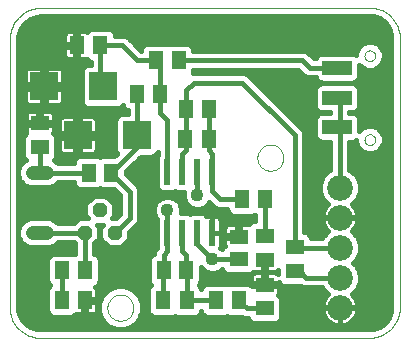
<source format=gtl>
G75*
G70*
%OFA0B0*%
%FSLAX24Y24*%
%IPPOS*%
%LPD*%
%AMOC8*
5,1,8,0,0,1.08239X$1,22.5*
%
%ADD10C,0.0000*%
%ADD11C,0.0480*%
%ADD12OC8,0.0480*%
%ADD13R,0.0512X0.0630*%
%ADD14R,0.0630X0.0512*%
%ADD15R,0.0945X0.0945*%
%ADD16C,0.0860*%
%ADD17R,0.0236X0.0866*%
%ADD18R,0.0984X0.0472*%
%ADD19C,0.0160*%
%ADD20C,0.0436*%
D10*
X002181Y001181D02*
X013181Y001181D01*
X013241Y001183D01*
X013302Y001188D01*
X013361Y001197D01*
X013420Y001210D01*
X013479Y001226D01*
X013536Y001246D01*
X013591Y001269D01*
X013646Y001296D01*
X013698Y001325D01*
X013749Y001358D01*
X013798Y001394D01*
X013844Y001432D01*
X013888Y001474D01*
X013930Y001518D01*
X013968Y001564D01*
X014004Y001613D01*
X014037Y001664D01*
X014066Y001716D01*
X014093Y001771D01*
X014116Y001826D01*
X014136Y001883D01*
X014152Y001942D01*
X014165Y002001D01*
X014174Y002060D01*
X014179Y002121D01*
X014181Y002181D01*
X014181Y011181D01*
X014179Y011241D01*
X014174Y011302D01*
X014165Y011361D01*
X014152Y011420D01*
X014136Y011479D01*
X014116Y011536D01*
X014093Y011591D01*
X014066Y011646D01*
X014037Y011698D01*
X014004Y011749D01*
X013968Y011798D01*
X013930Y011844D01*
X013888Y011888D01*
X013844Y011930D01*
X013798Y011968D01*
X013749Y012004D01*
X013698Y012037D01*
X013646Y012066D01*
X013591Y012093D01*
X013536Y012116D01*
X013479Y012136D01*
X013420Y012152D01*
X013361Y012165D01*
X013302Y012174D01*
X013241Y012179D01*
X013181Y012181D01*
X002181Y012181D01*
X002182Y012181D02*
X002117Y012175D01*
X002054Y012166D01*
X001991Y012152D01*
X001929Y012135D01*
X001868Y012114D01*
X001809Y012090D01*
X001751Y012062D01*
X001695Y012030D01*
X001641Y011996D01*
X001589Y011958D01*
X001540Y011917D01*
X001493Y011873D01*
X001449Y011826D01*
X001408Y011777D01*
X001369Y011725D01*
X001334Y011671D01*
X001303Y011615D01*
X001274Y011557D01*
X001250Y011498D01*
X001229Y011437D01*
X001211Y011375D01*
X001198Y011313D01*
X001188Y011249D01*
X001182Y011185D01*
X001180Y011121D01*
X001182Y011057D01*
X001181Y011056D02*
X001181Y002181D01*
X001183Y002121D01*
X001188Y002060D01*
X001197Y002001D01*
X001210Y001942D01*
X001226Y001883D01*
X001246Y001826D01*
X001269Y001771D01*
X001296Y001716D01*
X001325Y001664D01*
X001358Y001613D01*
X001394Y001564D01*
X001432Y001518D01*
X001474Y001474D01*
X001518Y001432D01*
X001564Y001394D01*
X001613Y001358D01*
X001664Y001325D01*
X001716Y001296D01*
X001771Y001269D01*
X001826Y001246D01*
X001883Y001226D01*
X001942Y001210D01*
X002001Y001197D01*
X002060Y001188D01*
X002121Y001183D01*
X002181Y001181D01*
X004436Y002181D02*
X004438Y002222D01*
X004444Y002263D01*
X004454Y002303D01*
X004467Y002342D01*
X004484Y002379D01*
X004505Y002415D01*
X004529Y002449D01*
X004556Y002480D01*
X004585Y002508D01*
X004618Y002534D01*
X004652Y002556D01*
X004689Y002575D01*
X004727Y002590D01*
X004767Y002602D01*
X004807Y002610D01*
X004848Y002614D01*
X004890Y002614D01*
X004931Y002610D01*
X004971Y002602D01*
X005011Y002590D01*
X005049Y002575D01*
X005085Y002556D01*
X005120Y002534D01*
X005153Y002508D01*
X005182Y002480D01*
X005209Y002449D01*
X005233Y002415D01*
X005254Y002379D01*
X005271Y002342D01*
X005284Y002303D01*
X005294Y002263D01*
X005300Y002222D01*
X005302Y002181D01*
X005300Y002140D01*
X005294Y002099D01*
X005284Y002059D01*
X005271Y002020D01*
X005254Y001983D01*
X005233Y001947D01*
X005209Y001913D01*
X005182Y001882D01*
X005153Y001854D01*
X005120Y001828D01*
X005086Y001806D01*
X005049Y001787D01*
X005011Y001772D01*
X004971Y001760D01*
X004931Y001752D01*
X004890Y001748D01*
X004848Y001748D01*
X004807Y001752D01*
X004767Y001760D01*
X004727Y001772D01*
X004689Y001787D01*
X004653Y001806D01*
X004618Y001828D01*
X004585Y001854D01*
X004556Y001882D01*
X004529Y001913D01*
X004505Y001947D01*
X004484Y001983D01*
X004467Y002020D01*
X004454Y002059D01*
X004444Y002099D01*
X004438Y002140D01*
X004436Y002181D01*
X009436Y007181D02*
X009438Y007222D01*
X009444Y007263D01*
X009454Y007303D01*
X009467Y007342D01*
X009484Y007379D01*
X009505Y007415D01*
X009529Y007449D01*
X009556Y007480D01*
X009585Y007508D01*
X009618Y007534D01*
X009652Y007556D01*
X009689Y007575D01*
X009727Y007590D01*
X009767Y007602D01*
X009807Y007610D01*
X009848Y007614D01*
X009890Y007614D01*
X009931Y007610D01*
X009971Y007602D01*
X010011Y007590D01*
X010049Y007575D01*
X010085Y007556D01*
X010120Y007534D01*
X010153Y007508D01*
X010182Y007480D01*
X010209Y007449D01*
X010233Y007415D01*
X010254Y007379D01*
X010271Y007342D01*
X010284Y007303D01*
X010294Y007263D01*
X010300Y007222D01*
X010302Y007181D01*
X010300Y007140D01*
X010294Y007099D01*
X010284Y007059D01*
X010271Y007020D01*
X010254Y006983D01*
X010233Y006947D01*
X010209Y006913D01*
X010182Y006882D01*
X010153Y006854D01*
X010120Y006828D01*
X010086Y006806D01*
X010049Y006787D01*
X010011Y006772D01*
X009971Y006760D01*
X009931Y006752D01*
X009890Y006748D01*
X009848Y006748D01*
X009807Y006752D01*
X009767Y006760D01*
X009727Y006772D01*
X009689Y006787D01*
X009653Y006806D01*
X009618Y006828D01*
X009585Y006854D01*
X009556Y006882D01*
X009529Y006913D01*
X009505Y006947D01*
X009484Y006983D01*
X009467Y007020D01*
X009454Y007059D01*
X009444Y007099D01*
X009438Y007140D01*
X009436Y007181D01*
X013004Y007784D02*
X013006Y007810D01*
X013012Y007836D01*
X013022Y007861D01*
X013035Y007884D01*
X013051Y007904D01*
X013071Y007922D01*
X013093Y007937D01*
X013116Y007949D01*
X013142Y007957D01*
X013168Y007961D01*
X013194Y007961D01*
X013220Y007957D01*
X013246Y007949D01*
X013270Y007937D01*
X013291Y007922D01*
X013311Y007904D01*
X013327Y007884D01*
X013340Y007861D01*
X013350Y007836D01*
X013356Y007810D01*
X013358Y007784D01*
X013356Y007758D01*
X013350Y007732D01*
X013340Y007707D01*
X013327Y007684D01*
X013311Y007664D01*
X013291Y007646D01*
X013269Y007631D01*
X013246Y007619D01*
X013220Y007611D01*
X013194Y007607D01*
X013168Y007607D01*
X013142Y007611D01*
X013116Y007619D01*
X013092Y007631D01*
X013071Y007646D01*
X013051Y007664D01*
X013035Y007684D01*
X013022Y007707D01*
X013012Y007732D01*
X013006Y007758D01*
X013004Y007784D01*
X013004Y010579D02*
X013006Y010605D01*
X013012Y010631D01*
X013022Y010656D01*
X013035Y010679D01*
X013051Y010699D01*
X013071Y010717D01*
X013093Y010732D01*
X013116Y010744D01*
X013142Y010752D01*
X013168Y010756D01*
X013194Y010756D01*
X013220Y010752D01*
X013246Y010744D01*
X013270Y010732D01*
X013291Y010717D01*
X013311Y010699D01*
X013327Y010679D01*
X013340Y010656D01*
X013350Y010631D01*
X013356Y010605D01*
X013358Y010579D01*
X013356Y010553D01*
X013350Y010527D01*
X013340Y010502D01*
X013327Y010479D01*
X013311Y010459D01*
X013291Y010441D01*
X013269Y010426D01*
X013246Y010414D01*
X013220Y010406D01*
X013194Y010402D01*
X013168Y010402D01*
X013142Y010406D01*
X013116Y010414D01*
X013092Y010426D01*
X013071Y010441D01*
X013051Y010459D01*
X013035Y010479D01*
X013022Y010502D01*
X013012Y010527D01*
X013006Y010553D01*
X013004Y010579D01*
D11*
X002421Y006681D02*
X001941Y006681D01*
X001941Y004681D02*
X002421Y004681D01*
D12*
X003681Y004681D03*
X004181Y005431D03*
X004681Y004681D03*
D13*
X003680Y003431D03*
X002932Y003431D03*
X002932Y002431D03*
X003680Y002431D03*
X006288Y002431D03*
X007075Y002431D03*
X008057Y002431D03*
X008805Y002431D03*
X007055Y003431D03*
X006307Y003431D03*
X008932Y005806D03*
X009680Y005806D03*
X007825Y007806D03*
X007038Y007806D03*
X007057Y008806D03*
X007805Y008806D03*
X006180Y009306D03*
X005432Y009306D03*
X006057Y010431D03*
X006805Y010431D03*
X004200Y010931D03*
X003413Y010931D03*
X003807Y006681D03*
X004555Y006681D03*
D14*
X002181Y007538D03*
X002181Y008325D03*
X008806Y004555D03*
X009681Y004575D03*
X009681Y003788D03*
X008806Y003807D03*
X009681Y002950D03*
X009681Y002163D03*
X010681Y003413D03*
X010681Y004200D03*
D15*
X005416Y007931D03*
X004291Y009556D03*
X003447Y007931D03*
X002322Y009556D03*
D16*
X012181Y006181D03*
X012181Y005181D03*
X012181Y004181D03*
X012181Y003181D03*
X012181Y002181D03*
D17*
X007931Y004658D03*
X007431Y004658D03*
X006931Y004658D03*
X006431Y004658D03*
X006431Y006705D03*
X006931Y006705D03*
X007431Y006705D03*
X007931Y006705D03*
D18*
X012099Y008197D03*
X012099Y009181D03*
X012099Y010166D03*
D19*
X001540Y001855D02*
X001672Y001672D01*
X001855Y001540D01*
X002069Y001470D01*
X002181Y001461D01*
X002237Y001461D01*
X013181Y001461D01*
X013294Y001470D01*
X013508Y001540D01*
X013691Y001672D01*
X013823Y001855D01*
X013893Y002069D01*
X013901Y002181D01*
X013901Y002237D01*
X013901Y011181D01*
X013893Y011294D01*
X013823Y011508D01*
X013691Y011691D01*
X013508Y011823D01*
X013294Y011893D01*
X013181Y011901D01*
X013126Y011901D01*
X002194Y011901D01*
X002076Y011885D01*
X001847Y011796D01*
X001658Y011640D01*
X001525Y011433D01*
X001463Y011196D01*
X001461Y011099D01*
X001461Y011064D01*
X001464Y011017D01*
X001461Y011009D01*
X001461Y002181D01*
X001470Y002069D01*
X001540Y001855D01*
X001517Y001925D02*
X002528Y001925D01*
X002541Y001913D02*
X002629Y001876D01*
X003236Y001876D01*
X003324Y001913D01*
X003375Y001964D01*
X003403Y001956D01*
X003632Y001956D01*
X003632Y002383D01*
X003728Y002383D01*
X003728Y001956D01*
X003957Y001956D01*
X003998Y001967D01*
X004035Y001988D01*
X004064Y002018D01*
X004085Y002055D01*
X004096Y002095D01*
X004096Y002383D01*
X003729Y002383D01*
X003729Y002479D01*
X004096Y002479D01*
X004096Y002767D01*
X004085Y002808D01*
X004064Y002845D01*
X004035Y002874D01*
X004011Y002888D01*
X004072Y002913D01*
X004140Y002980D01*
X004176Y003069D01*
X004176Y003794D01*
X004140Y003882D01*
X004072Y003950D01*
X004001Y003979D01*
X004001Y004323D01*
X004161Y004483D01*
X004161Y004880D01*
X004090Y004951D01*
X004273Y004951D01*
X004201Y004880D01*
X004201Y004483D01*
X004483Y004201D01*
X004880Y004201D01*
X005161Y004483D01*
X005161Y004709D01*
X005363Y004910D01*
X005453Y005000D01*
X005501Y005118D01*
X005501Y005992D01*
X005501Y006119D01*
X005453Y006237D01*
X005051Y006638D01*
X005051Y006725D01*
X005546Y007219D01*
X005936Y007219D01*
X006024Y007256D01*
X006092Y007323D01*
X006111Y007371D01*
X006111Y007276D01*
X006110Y007274D01*
X006073Y007186D01*
X006073Y006224D01*
X006110Y006136D01*
X006177Y006069D01*
X006266Y006032D01*
X006597Y006032D01*
X006681Y006067D01*
X006766Y006032D01*
X006977Y006032D01*
X006973Y006023D01*
X006973Y005840D01*
X007043Y005672D01*
X007172Y005543D01*
X007340Y005473D01*
X007523Y005473D01*
X007691Y005543D01*
X007820Y005672D01*
X007833Y005703D01*
X008000Y005535D01*
X008118Y005486D01*
X008245Y005486D01*
X008436Y005486D01*
X008436Y005444D01*
X008473Y005355D01*
X008541Y005288D01*
X008629Y005251D01*
X009236Y005251D01*
X009306Y005281D01*
X009361Y005258D01*
X009361Y005071D01*
X009319Y005071D01*
X009230Y005034D01*
X009163Y004967D01*
X009163Y004966D01*
X009142Y004971D01*
X008854Y004971D01*
X008854Y004604D01*
X008758Y004604D01*
X008758Y004971D01*
X008470Y004971D01*
X008430Y004960D01*
X008393Y004939D01*
X008363Y004910D01*
X008342Y004873D01*
X008331Y004832D01*
X008331Y004603D01*
X008758Y004603D01*
X008758Y004507D01*
X008331Y004507D01*
X008331Y004278D01*
X008339Y004250D01*
X008288Y004199D01*
X008258Y004127D01*
X008204Y004182D01*
X008209Y004204D01*
X008209Y004658D01*
X008209Y005112D01*
X008199Y005153D01*
X008178Y005189D01*
X008148Y005219D01*
X008111Y005240D01*
X008071Y005251D01*
X007932Y005251D01*
X007932Y004658D01*
X008209Y004658D01*
X007932Y004658D01*
X007932Y004658D01*
X007931Y004658D01*
X007931Y005251D01*
X007792Y005251D01*
X007752Y005240D01*
X007744Y005236D01*
X007685Y005294D01*
X007597Y005331D01*
X007266Y005331D01*
X007181Y005296D01*
X007097Y005331D01*
X006886Y005331D01*
X006889Y005340D01*
X006889Y005523D01*
X006820Y005691D01*
X006691Y005820D01*
X006523Y005889D01*
X006340Y005889D01*
X006172Y005820D01*
X006043Y005691D01*
X005973Y005523D01*
X005973Y005340D01*
X006043Y005172D01*
X006074Y005141D01*
X006073Y005139D01*
X006073Y004177D01*
X006081Y004159D01*
X006035Y004113D01*
X005986Y003995D01*
X005986Y003979D01*
X005916Y003950D01*
X005848Y003882D01*
X005811Y003794D01*
X005811Y003069D01*
X005848Y002980D01*
X005887Y002941D01*
X005828Y002882D01*
X005792Y002794D01*
X005792Y002069D01*
X005828Y001980D01*
X005896Y001913D01*
X005984Y001876D01*
X006591Y001876D01*
X006680Y001913D01*
X006681Y001915D01*
X006683Y001913D01*
X006771Y001876D01*
X007379Y001876D01*
X007467Y001913D01*
X007534Y001980D01*
X007566Y002057D01*
X007598Y001980D01*
X007666Y001913D01*
X007754Y001876D01*
X008361Y001876D01*
X008431Y001906D01*
X008502Y001876D01*
X008930Y001876D01*
X009011Y001843D01*
X009133Y001843D01*
X009163Y001771D01*
X009230Y001703D01*
X009319Y001667D01*
X010044Y001667D01*
X010132Y001703D01*
X010200Y001771D01*
X010236Y001859D01*
X010236Y002466D01*
X010200Y002555D01*
X010137Y002618D01*
X010145Y002632D01*
X010156Y002673D01*
X010156Y002902D01*
X009730Y002902D01*
X009730Y002998D01*
X010156Y002998D01*
X010156Y003037D01*
X010163Y003021D01*
X010230Y002953D01*
X010319Y002917D01*
X010868Y002917D01*
X010875Y002910D01*
X010993Y002861D01*
X011120Y002861D01*
X011589Y002861D01*
X011613Y002802D01*
X011791Y002625D01*
X011731Y002566D01*
X011677Y002491D01*
X011635Y002408D01*
X011606Y002320D01*
X011591Y002228D01*
X011591Y002190D01*
X012173Y002190D01*
X012173Y002173D01*
X012190Y002173D01*
X012190Y002190D01*
X012771Y002190D01*
X012771Y002228D01*
X012757Y002320D01*
X012728Y002408D01*
X012686Y002491D01*
X012631Y002566D01*
X012572Y002625D01*
X012749Y002802D01*
X012851Y003048D01*
X012851Y003315D01*
X012749Y003561D01*
X012629Y003681D01*
X012749Y003802D01*
X012851Y004048D01*
X012851Y004315D01*
X012749Y004561D01*
X012572Y004738D01*
X012631Y004797D01*
X012686Y004872D01*
X012728Y004955D01*
X012757Y005043D01*
X012771Y005135D01*
X012771Y005173D01*
X012190Y005173D01*
X012190Y005190D01*
X012771Y005190D01*
X012771Y005228D01*
X012757Y005320D01*
X012728Y005408D01*
X012686Y005491D01*
X012631Y005566D01*
X012572Y005625D01*
X012749Y005802D01*
X012851Y006048D01*
X012851Y006315D01*
X012749Y006561D01*
X012561Y006749D01*
X012501Y006774D01*
X012501Y007721D01*
X012639Y007721D01*
X012724Y007756D01*
X012724Y007693D01*
X012794Y007525D01*
X012922Y007396D01*
X013090Y007327D01*
X013272Y007327D01*
X013440Y007396D01*
X013569Y007525D01*
X013639Y007693D01*
X013639Y007875D01*
X013569Y008043D01*
X013440Y008171D01*
X013272Y008241D01*
X013090Y008241D01*
X012922Y008171D01*
X012831Y008080D01*
X012831Y008481D01*
X012794Y008569D01*
X012727Y008637D01*
X012639Y008673D01*
X012501Y008673D01*
X012501Y008705D01*
X012639Y008705D01*
X012727Y008742D01*
X012794Y008809D01*
X012831Y008897D01*
X012831Y009465D01*
X012794Y009554D01*
X012727Y009621D01*
X012639Y009658D01*
X011559Y009658D01*
X011471Y009621D01*
X011403Y009554D01*
X011367Y009465D01*
X011367Y008897D01*
X011403Y008809D01*
X011471Y008742D01*
X011559Y008705D01*
X011861Y008705D01*
X011861Y008673D01*
X011559Y008673D01*
X011471Y008637D01*
X011403Y008569D01*
X011367Y008481D01*
X011367Y007913D01*
X011403Y007825D01*
X011471Y007757D01*
X011559Y007721D01*
X011861Y007721D01*
X011861Y006774D01*
X011802Y006749D01*
X011613Y006561D01*
X011511Y006315D01*
X011511Y006048D01*
X011613Y005802D01*
X011791Y005625D01*
X011731Y005566D01*
X011677Y005491D01*
X011635Y005408D01*
X011606Y005320D01*
X011591Y005228D01*
X011591Y005190D01*
X012173Y005190D01*
X012173Y005173D01*
X011591Y005173D01*
X011591Y005135D01*
X011606Y005043D01*
X011635Y004955D01*
X011677Y004872D01*
X011731Y004797D01*
X011791Y004738D01*
X011613Y004561D01*
X011589Y004501D01*
X011236Y004501D01*
X011236Y004504D01*
X011200Y004592D01*
X011132Y004659D01*
X011044Y004696D01*
X011001Y004696D01*
X011001Y007868D01*
X011001Y007995D01*
X010953Y008113D01*
X009203Y009863D01*
X009113Y009953D01*
X008995Y010001D01*
X007273Y010001D01*
X007301Y010069D01*
X007301Y010111D01*
X010799Y010111D01*
X011000Y009910D01*
X011118Y009861D01*
X011245Y009861D01*
X011375Y009861D01*
X011403Y009793D01*
X011471Y009726D01*
X011559Y009689D01*
X012639Y009689D01*
X012727Y009726D01*
X012794Y009793D01*
X012831Y009882D01*
X012831Y010283D01*
X012922Y010191D01*
X013090Y010122D01*
X013272Y010122D01*
X013440Y010191D01*
X013569Y010320D01*
X013639Y010488D01*
X013639Y010670D01*
X013569Y010838D01*
X013440Y010967D01*
X013272Y011036D01*
X013090Y011036D01*
X012922Y010967D01*
X012794Y010838D01*
X012724Y010670D01*
X012724Y010606D01*
X012639Y010642D01*
X011559Y010642D01*
X011471Y010605D01*
X011403Y010538D01*
X011388Y010501D01*
X011314Y010501D01*
X011113Y010703D01*
X010995Y010751D01*
X010868Y010751D01*
X007301Y010751D01*
X007301Y010794D01*
X007265Y010882D01*
X007197Y010950D01*
X007109Y010986D01*
X006502Y010986D01*
X006431Y010957D01*
X006361Y010986D01*
X005754Y010986D01*
X005666Y010950D01*
X005598Y010882D01*
X005561Y010794D01*
X005561Y010754D01*
X005113Y011203D01*
X004995Y011251D01*
X004868Y011251D01*
X004696Y011251D01*
X004696Y011294D01*
X004659Y011382D01*
X004592Y011450D01*
X004504Y011486D01*
X003896Y011486D01*
X003808Y011450D01*
X003745Y011387D01*
X003730Y011395D01*
X003690Y011406D01*
X003461Y011406D01*
X003461Y010980D01*
X003365Y010980D01*
X003365Y011406D01*
X003136Y011406D01*
X003095Y011395D01*
X003059Y011374D01*
X003029Y011345D01*
X003008Y011308D01*
X002997Y011267D01*
X002997Y010979D01*
X003364Y010979D01*
X003364Y010883D01*
X002997Y010883D01*
X002997Y010595D01*
X003008Y010555D01*
X003029Y010518D01*
X003059Y010488D01*
X003095Y010467D01*
X003136Y010456D01*
X003365Y010456D01*
X003365Y010883D01*
X003461Y010883D01*
X003461Y010456D01*
X003690Y010456D01*
X003730Y010467D01*
X003745Y010476D01*
X003808Y010413D01*
X003880Y010383D01*
X003880Y010269D01*
X003770Y010269D01*
X003682Y010232D01*
X003615Y010165D01*
X003578Y010077D01*
X003578Y009036D01*
X003615Y008948D01*
X003682Y008881D01*
X003770Y008844D01*
X004811Y008844D01*
X004899Y008881D01*
X004944Y008926D01*
X004973Y008855D01*
X005041Y008788D01*
X005112Y008758D01*
X005112Y008644D01*
X004895Y008644D01*
X004807Y008607D01*
X004740Y008540D01*
X004703Y008452D01*
X004703Y007411D01*
X004740Y007323D01*
X004742Y007321D01*
X004658Y007236D01*
X004252Y007236D01*
X004181Y007207D01*
X004111Y007236D01*
X003504Y007236D01*
X003416Y007200D01*
X003348Y007132D01*
X003311Y007044D01*
X003311Y007001D01*
X002780Y007001D01*
X002693Y007088D01*
X002657Y007103D01*
X002700Y007146D01*
X002736Y007234D01*
X002736Y007841D01*
X002700Y007930D01*
X002637Y007993D01*
X002645Y008007D01*
X002656Y008048D01*
X002656Y008277D01*
X002230Y008277D01*
X002230Y008373D01*
X002656Y008373D01*
X002656Y008602D01*
X002645Y008643D01*
X002624Y008679D01*
X002595Y008709D01*
X002558Y008730D01*
X002517Y008741D01*
X002229Y008741D01*
X002229Y008373D01*
X002133Y008373D01*
X002133Y008277D01*
X001706Y008277D01*
X001706Y008048D01*
X001717Y008007D01*
X001726Y007993D01*
X001663Y007930D01*
X001626Y007841D01*
X001626Y007234D01*
X001663Y007146D01*
X001706Y007103D01*
X001669Y007088D01*
X001534Y006953D01*
X001461Y006777D01*
X001461Y006586D01*
X001534Y006409D01*
X001669Y006274D01*
X001846Y006201D01*
X002517Y006201D01*
X002693Y006274D01*
X002780Y006361D01*
X003311Y006361D01*
X003311Y006319D01*
X003348Y006230D01*
X003416Y006163D01*
X003504Y006126D01*
X004111Y006126D01*
X004181Y006156D01*
X004252Y006126D01*
X004658Y006126D01*
X004861Y005923D01*
X004861Y005314D01*
X004709Y005161D01*
X004590Y005161D01*
X004661Y005233D01*
X004661Y005630D01*
X004380Y005911D01*
X003983Y005911D01*
X003701Y005630D01*
X003701Y005233D01*
X003773Y005161D01*
X003483Y005161D01*
X003323Y005001D01*
X002780Y005001D01*
X002693Y005088D01*
X002517Y005161D01*
X001846Y005161D01*
X001669Y005088D01*
X001534Y004953D01*
X001461Y004777D01*
X001461Y004586D01*
X001534Y004409D01*
X001669Y004274D01*
X001846Y004201D01*
X002517Y004201D01*
X002693Y004274D01*
X002780Y004361D01*
X003323Y004361D01*
X003361Y004323D01*
X003361Y003980D01*
X003306Y003957D01*
X003236Y003986D01*
X002629Y003986D01*
X002541Y003950D01*
X002473Y003882D01*
X002436Y003794D01*
X002436Y003069D01*
X002473Y002980D01*
X002522Y002931D01*
X002473Y002882D01*
X002436Y002794D01*
X002436Y002069D01*
X002473Y001980D01*
X002541Y001913D01*
X002436Y002084D02*
X001469Y002084D01*
X001461Y002242D02*
X002436Y002242D01*
X002436Y002401D02*
X001461Y002401D01*
X001461Y002560D02*
X002436Y002560D01*
X002436Y002718D02*
X001461Y002718D01*
X001461Y002877D02*
X002471Y002877D01*
X002450Y003035D02*
X001461Y003035D01*
X001461Y003194D02*
X002436Y003194D01*
X002436Y003352D02*
X001461Y003352D01*
X001461Y003511D02*
X002436Y003511D01*
X002436Y003669D02*
X001461Y003669D01*
X001461Y003828D02*
X002451Y003828D01*
X002722Y004304D02*
X003361Y004304D01*
X003361Y004145D02*
X001461Y004145D01*
X001461Y004304D02*
X001640Y004304D01*
X001513Y004462D02*
X001461Y004462D01*
X001461Y004621D02*
X001461Y004621D01*
X001461Y004779D02*
X001462Y004779D01*
X001461Y004938D02*
X001528Y004938D01*
X001461Y005096D02*
X001689Y005096D01*
X001461Y005255D02*
X003701Y005255D01*
X003701Y005413D02*
X001461Y005413D01*
X001461Y005572D02*
X003701Y005572D01*
X003802Y005730D02*
X001461Y005730D01*
X001461Y005889D02*
X003960Y005889D01*
X004403Y005889D02*
X004861Y005889D01*
X004737Y006048D02*
X001461Y006048D01*
X001461Y006206D02*
X001835Y006206D01*
X001579Y006365D02*
X001461Y006365D01*
X001461Y006523D02*
X001487Y006523D01*
X001461Y006682D02*
X001461Y006682D01*
X001461Y006840D02*
X001488Y006840D01*
X001461Y006999D02*
X001580Y006999D01*
X001658Y007157D02*
X001461Y007157D01*
X001461Y007316D02*
X001626Y007316D01*
X001626Y007474D02*
X001461Y007474D01*
X001461Y007633D02*
X001626Y007633D01*
X001626Y007791D02*
X001461Y007791D01*
X001461Y007950D02*
X001684Y007950D01*
X001706Y008109D02*
X001461Y008109D01*
X001461Y008267D02*
X001706Y008267D01*
X001706Y008373D02*
X002133Y008373D01*
X002133Y008741D01*
X001845Y008741D01*
X001805Y008730D01*
X001768Y008709D01*
X001738Y008679D01*
X001717Y008643D01*
X001706Y008602D01*
X001706Y008373D01*
X001706Y008426D02*
X001461Y008426D01*
X001461Y008584D02*
X001706Y008584D01*
X001461Y008743D02*
X005112Y008743D01*
X004954Y008901D02*
X004920Y008901D01*
X004784Y008584D02*
X002656Y008584D01*
X002656Y008426D02*
X002815Y008426D01*
X002815Y008425D02*
X002815Y008011D01*
X003367Y008011D01*
X003367Y007851D01*
X003527Y007851D01*
X003527Y007299D01*
X003941Y007299D01*
X003981Y007310D01*
X004018Y007331D01*
X004048Y007361D01*
X004069Y007397D01*
X004080Y007438D01*
X004080Y007851D01*
X003527Y007851D01*
X003527Y008011D01*
X004080Y008011D01*
X004080Y008425D01*
X004069Y008466D01*
X004048Y008502D01*
X004018Y008532D01*
X003981Y008553D01*
X003941Y008564D01*
X003527Y008564D01*
X003527Y008012D01*
X003367Y008012D01*
X003367Y008564D01*
X002954Y008564D01*
X002913Y008553D01*
X002876Y008532D01*
X002847Y008502D01*
X002826Y008466D01*
X002815Y008425D01*
X002815Y008267D02*
X002656Y008267D01*
X002656Y008109D02*
X002815Y008109D01*
X002679Y007950D02*
X003367Y007950D01*
X003367Y007851D02*
X002815Y007851D01*
X002815Y007438D01*
X002826Y007397D01*
X002847Y007361D01*
X002876Y007331D01*
X002913Y007310D01*
X002954Y007299D01*
X003367Y007299D01*
X003367Y007851D01*
X003367Y007791D02*
X003527Y007791D01*
X003527Y007633D02*
X003367Y007633D01*
X003367Y007474D02*
X003527Y007474D01*
X003527Y007316D02*
X003367Y007316D01*
X003373Y007157D02*
X002705Y007157D01*
X002736Y007316D02*
X002903Y007316D01*
X002815Y007474D02*
X002736Y007474D01*
X002736Y007633D02*
X002815Y007633D01*
X002815Y007791D02*
X002736Y007791D01*
X002181Y007538D02*
X002181Y006681D01*
X003807Y006681D01*
X003372Y006206D02*
X002528Y006206D01*
X002674Y005096D02*
X003418Y005096D01*
X003681Y004681D02*
X003681Y003432D01*
X003680Y003431D01*
X004176Y003352D02*
X005811Y003352D01*
X005811Y003511D02*
X004176Y003511D01*
X004176Y003669D02*
X005811Y003669D01*
X005826Y003828D02*
X004162Y003828D01*
X004001Y003986D02*
X005986Y003986D01*
X006067Y004145D02*
X004001Y004145D01*
X004001Y004304D02*
X004380Y004304D01*
X004222Y004462D02*
X004141Y004462D01*
X004161Y004621D02*
X004201Y004621D01*
X004201Y004779D02*
X004161Y004779D01*
X004104Y004938D02*
X004259Y004938D01*
X004681Y004681D02*
X005181Y005181D01*
X005181Y006055D01*
X004555Y006681D01*
X005416Y007542D01*
X005416Y007931D01*
X005432Y007948D01*
X005432Y009306D01*
X006180Y009306D02*
X006180Y010308D01*
X006057Y010431D01*
X005431Y010431D01*
X004931Y010931D01*
X004200Y010931D01*
X004200Y009647D01*
X004291Y009556D01*
X003578Y009535D02*
X002402Y009535D01*
X002402Y009476D02*
X002402Y009636D01*
X002955Y009636D01*
X002955Y010050D01*
X002944Y010091D01*
X002923Y010127D01*
X002893Y010157D01*
X002856Y010178D01*
X002816Y010189D01*
X002402Y010189D01*
X002402Y009637D01*
X002242Y009637D01*
X002242Y010189D01*
X001829Y010189D01*
X001788Y010178D01*
X001751Y010157D01*
X001722Y010127D01*
X001701Y010091D01*
X001690Y010050D01*
X001690Y009636D01*
X002242Y009636D01*
X002242Y009476D01*
X002402Y009476D01*
X002402Y008924D01*
X002816Y008924D01*
X002856Y008935D01*
X002893Y008956D01*
X002923Y008986D01*
X002944Y009022D01*
X002955Y009063D01*
X002955Y009476D01*
X002402Y009476D01*
X002402Y009377D02*
X002242Y009377D01*
X002242Y009476D02*
X002242Y008924D01*
X001829Y008924D01*
X001788Y008935D01*
X001751Y008956D01*
X001722Y008986D01*
X001701Y009022D01*
X001690Y009063D01*
X001690Y009476D01*
X002242Y009476D01*
X002242Y009535D02*
X001461Y009535D01*
X001461Y009377D02*
X001690Y009377D01*
X001690Y009218D02*
X001461Y009218D01*
X001461Y009060D02*
X001691Y009060D01*
X001461Y008901D02*
X003661Y008901D01*
X003578Y009060D02*
X002954Y009060D01*
X002955Y009218D02*
X003578Y009218D01*
X003578Y009377D02*
X002955Y009377D01*
X002955Y009694D02*
X003578Y009694D01*
X003578Y009853D02*
X002955Y009853D01*
X002955Y010011D02*
X003578Y010011D01*
X003620Y010170D02*
X002871Y010170D01*
X003061Y010487D02*
X001461Y010487D01*
X001461Y010645D02*
X002997Y010645D01*
X002997Y010804D02*
X001461Y010804D01*
X001461Y010962D02*
X003364Y010962D01*
X003365Y011121D02*
X003461Y011121D01*
X003461Y011279D02*
X003365Y011279D01*
X003000Y011279D02*
X001485Y011279D01*
X001462Y011121D02*
X002997Y011121D01*
X003365Y010804D02*
X003461Y010804D01*
X003461Y010645D02*
X003365Y010645D01*
X003365Y010487D02*
X003461Y010487D01*
X003880Y010328D02*
X001461Y010328D01*
X001461Y010170D02*
X001774Y010170D01*
X001690Y010011D02*
X001461Y010011D01*
X001461Y009853D02*
X001690Y009853D01*
X001690Y009694D02*
X001461Y009694D01*
X002242Y009694D02*
X002402Y009694D01*
X002402Y009853D02*
X002242Y009853D01*
X002242Y010011D02*
X002402Y010011D01*
X002402Y010170D02*
X002242Y010170D01*
X002242Y009218D02*
X002402Y009218D01*
X002402Y009060D02*
X002242Y009060D01*
X002229Y008584D02*
X002133Y008584D01*
X002133Y008426D02*
X002229Y008426D01*
X003367Y008426D02*
X003527Y008426D01*
X003527Y008267D02*
X003367Y008267D01*
X003367Y008109D02*
X003527Y008109D01*
X003527Y007950D02*
X004703Y007950D01*
X004703Y007791D02*
X004080Y007791D01*
X004080Y007633D02*
X004703Y007633D01*
X004703Y007474D02*
X004080Y007474D01*
X003992Y007316D02*
X004737Y007316D01*
X005167Y006840D02*
X006073Y006840D01*
X006073Y006682D02*
X005051Y006682D01*
X005166Y006523D02*
X006073Y006523D01*
X006073Y006365D02*
X005325Y006365D01*
X005465Y006206D02*
X006081Y006206D01*
X006228Y006048D02*
X005501Y006048D01*
X005501Y005889D02*
X006339Y005889D01*
X006524Y005889D02*
X006973Y005889D01*
X007019Y005730D02*
X006780Y005730D01*
X006869Y005572D02*
X007143Y005572D01*
X006889Y005413D02*
X008449Y005413D01*
X008621Y005255D02*
X007725Y005255D01*
X007931Y005096D02*
X007932Y005096D01*
X007931Y004938D02*
X007932Y004938D01*
X007931Y004779D02*
X007932Y004779D01*
X008209Y004779D02*
X008331Y004779D01*
X008331Y004621D02*
X008209Y004621D01*
X008209Y004462D02*
X008331Y004462D01*
X008331Y004304D02*
X008209Y004304D01*
X008241Y004145D02*
X008266Y004145D01*
X007931Y003806D02*
X008806Y003807D01*
X008444Y003311D02*
X008355Y003348D01*
X008288Y003416D01*
X008259Y003486D01*
X008191Y003418D01*
X008023Y003348D01*
X007840Y003348D01*
X007672Y003418D01*
X007551Y003539D01*
X007551Y003069D01*
X007515Y002980D01*
X007476Y002941D01*
X007534Y002882D01*
X007566Y002806D01*
X007598Y002882D01*
X007666Y002950D01*
X007754Y002986D01*
X008361Y002986D01*
X008431Y002957D01*
X008502Y002986D01*
X009109Y002986D01*
X009197Y002950D01*
X009245Y002902D01*
X009633Y002902D01*
X009633Y002998D01*
X009206Y002998D01*
X009206Y003227D01*
X009217Y003268D01*
X009238Y003304D01*
X009268Y003334D01*
X009305Y003355D01*
X009345Y003366D01*
X009633Y003366D01*
X009633Y002998D01*
X009729Y002998D01*
X009729Y003366D01*
X010017Y003366D01*
X010058Y003355D01*
X010095Y003334D01*
X010124Y003304D01*
X010126Y003301D01*
X010126Y003437D01*
X010124Y003434D01*
X010095Y003404D01*
X010058Y003383D01*
X010017Y003372D01*
X009729Y003372D01*
X009729Y003739D01*
X009633Y003739D01*
X009633Y003372D01*
X009345Y003372D01*
X009305Y003383D01*
X009297Y003387D01*
X009257Y003348D01*
X009169Y003311D01*
X008444Y003311D01*
X008351Y003352D02*
X008032Y003352D01*
X007831Y003352D02*
X007551Y003352D01*
X007551Y003511D02*
X007579Y003511D01*
X007931Y003806D02*
X007431Y004306D01*
X007431Y004658D01*
X006931Y004658D02*
X006931Y004056D01*
X007056Y003931D01*
X007056Y003432D01*
X007055Y003431D01*
X007075Y003412D01*
X007075Y002431D01*
X008057Y002431D01*
X007596Y002877D02*
X007537Y002877D01*
X007537Y003035D02*
X009206Y003035D01*
X009206Y003194D02*
X007551Y003194D01*
X006307Y003431D02*
X006288Y003412D01*
X006288Y002431D01*
X005792Y002401D02*
X005550Y002401D01*
X005582Y002323D02*
X005473Y002585D01*
X005273Y002786D01*
X005011Y002894D01*
X004727Y002894D01*
X004465Y002786D01*
X004264Y002585D01*
X004156Y002323D01*
X004156Y002040D01*
X004264Y001777D01*
X004465Y001577D01*
X004727Y001468D01*
X005011Y001468D01*
X005273Y001577D01*
X005473Y001777D01*
X005582Y002040D01*
X005582Y002323D01*
X005582Y002242D02*
X005792Y002242D01*
X005792Y002084D02*
X005582Y002084D01*
X005535Y001925D02*
X005883Y001925D01*
X005463Y001767D02*
X009167Y001767D01*
X009075Y002163D02*
X008931Y002306D01*
X008930Y002306D01*
X008805Y002431D01*
X009075Y002163D02*
X009681Y002163D01*
X010236Y002084D02*
X011599Y002084D01*
X011606Y002043D02*
X011635Y001955D01*
X011677Y001872D01*
X011731Y001797D01*
X011797Y001731D01*
X011872Y001677D01*
X011955Y001635D01*
X012043Y001606D01*
X012135Y001591D01*
X012173Y001591D01*
X012173Y002173D01*
X011591Y002173D01*
X011591Y002135D01*
X011606Y002043D01*
X011650Y001925D02*
X010236Y001925D01*
X010196Y001767D02*
X011762Y001767D01*
X012036Y001608D02*
X005304Y001608D01*
X004434Y001608D02*
X001760Y001608D01*
X001604Y001767D02*
X004275Y001767D01*
X004203Y001925D02*
X003337Y001925D01*
X003632Y002084D02*
X003728Y002084D01*
X003728Y002242D02*
X003632Y002242D01*
X003729Y002401D02*
X004188Y002401D01*
X004156Y002242D02*
X004096Y002242D01*
X004093Y002084D02*
X004156Y002084D01*
X004096Y002560D02*
X004254Y002560D01*
X004397Y002718D02*
X004096Y002718D01*
X004031Y002877D02*
X004684Y002877D01*
X005054Y002877D02*
X005826Y002877D01*
X005825Y003035D02*
X004162Y003035D01*
X004176Y003194D02*
X005811Y003194D01*
X005792Y002718D02*
X005341Y002718D01*
X005484Y002560D02*
X005792Y002560D01*
X006307Y003431D02*
X006306Y003432D01*
X006306Y003931D01*
X006431Y004056D01*
X006431Y004658D01*
X006431Y005431D01*
X006009Y005255D02*
X005501Y005255D01*
X005501Y005413D02*
X005973Y005413D01*
X005994Y005572D02*
X005501Y005572D01*
X005501Y005730D02*
X006083Y005730D01*
X006073Y005096D02*
X005492Y005096D01*
X005390Y004938D02*
X006073Y004938D01*
X006073Y004779D02*
X005232Y004779D01*
X005161Y004621D02*
X006073Y004621D01*
X006073Y004462D02*
X005141Y004462D01*
X004982Y004304D02*
X006073Y004304D01*
X005363Y004910D02*
X005363Y004910D01*
X004802Y005255D02*
X004661Y005255D01*
X004661Y005413D02*
X004861Y005413D01*
X004861Y005572D02*
X004661Y005572D01*
X004561Y005730D02*
X004861Y005730D01*
X003681Y004681D02*
X002181Y004681D01*
X001461Y003986D02*
X003361Y003986D01*
X002932Y003431D02*
X002932Y002431D01*
X006635Y006048D02*
X006728Y006048D01*
X006931Y006705D02*
X006931Y007306D01*
X007056Y007431D01*
X007056Y007788D01*
X007038Y007806D01*
X007057Y007826D01*
X007057Y008806D01*
X007057Y009432D01*
X007306Y009681D01*
X008931Y009681D01*
X010681Y007931D01*
X010681Y004200D01*
X010700Y004181D01*
X012181Y004181D01*
X012690Y004621D02*
X013901Y004621D01*
X013901Y004779D02*
X012614Y004779D01*
X012719Y004938D02*
X013901Y004938D01*
X013901Y005096D02*
X012765Y005096D01*
X012767Y005255D02*
X013901Y005255D01*
X013901Y005413D02*
X012725Y005413D01*
X012625Y005572D02*
X013901Y005572D01*
X013901Y005730D02*
X012678Y005730D01*
X012785Y005889D02*
X013901Y005889D01*
X013901Y006048D02*
X012851Y006048D01*
X012851Y006206D02*
X013901Y006206D01*
X013901Y006365D02*
X012831Y006365D01*
X012765Y006523D02*
X013901Y006523D01*
X013901Y006682D02*
X012629Y006682D01*
X012501Y006840D02*
X013901Y006840D01*
X013901Y006999D02*
X012501Y006999D01*
X012501Y007157D02*
X013901Y007157D01*
X013901Y007316D02*
X012501Y007316D01*
X012501Y007474D02*
X012844Y007474D01*
X012749Y007633D02*
X012501Y007633D01*
X012831Y008109D02*
X012860Y008109D01*
X012831Y008267D02*
X013901Y008267D01*
X013901Y008109D02*
X013503Y008109D01*
X013607Y007950D02*
X013901Y007950D01*
X013901Y007791D02*
X013639Y007791D01*
X013614Y007633D02*
X013901Y007633D01*
X013901Y007474D02*
X013519Y007474D01*
X013901Y008426D02*
X012831Y008426D01*
X012779Y008584D02*
X013901Y008584D01*
X013901Y008743D02*
X012728Y008743D01*
X012831Y008901D02*
X013901Y008901D01*
X013901Y009060D02*
X012831Y009060D01*
X012831Y009218D02*
X013901Y009218D01*
X013901Y009377D02*
X012831Y009377D01*
X012802Y009535D02*
X013901Y009535D01*
X013901Y009694D02*
X012650Y009694D01*
X012819Y009853D02*
X013901Y009853D01*
X013901Y010011D02*
X012831Y010011D01*
X012831Y010170D02*
X012975Y010170D01*
X013388Y010170D02*
X013901Y010170D01*
X013901Y010328D02*
X013572Y010328D01*
X013638Y010487D02*
X013901Y010487D01*
X013901Y010645D02*
X013639Y010645D01*
X013583Y010804D02*
X013901Y010804D01*
X013901Y010962D02*
X013445Y010962D01*
X013901Y011121D02*
X005194Y011121D01*
X005353Y010962D02*
X005696Y010962D01*
X005566Y010804D02*
X005512Y010804D01*
X004696Y011279D02*
X013894Y011279D01*
X013846Y011438D02*
X004604Y011438D01*
X003796Y011438D02*
X001528Y011438D01*
X001630Y011597D02*
X013759Y011597D01*
X013602Y011755D02*
X001798Y011755D01*
X004079Y008426D02*
X004703Y008426D01*
X004703Y008267D02*
X004080Y008267D01*
X004080Y008109D02*
X004703Y008109D01*
X005484Y007157D02*
X006073Y007157D01*
X006073Y006999D02*
X005325Y006999D01*
X006084Y007316D02*
X006111Y007316D01*
X006431Y006705D02*
X006431Y008431D01*
X006181Y008681D01*
X006181Y009305D01*
X006180Y009306D01*
X007277Y010011D02*
X010899Y010011D01*
X011181Y010181D02*
X012083Y010181D01*
X012099Y010166D01*
X011548Y009694D02*
X009371Y009694D01*
X009213Y009853D02*
X011379Y009853D01*
X011396Y009535D02*
X009530Y009535D01*
X009688Y009377D02*
X011367Y009377D01*
X011367Y009218D02*
X009847Y009218D01*
X010006Y009060D02*
X011367Y009060D01*
X011367Y008901D02*
X010164Y008901D01*
X010323Y008743D02*
X011470Y008743D01*
X011418Y008584D02*
X010481Y008584D01*
X010640Y008426D02*
X011367Y008426D01*
X011367Y008267D02*
X010798Y008267D01*
X010954Y008109D02*
X011367Y008109D01*
X011367Y007950D02*
X011001Y007950D01*
X011001Y007791D02*
X011437Y007791D01*
X011861Y007633D02*
X011001Y007633D01*
X011001Y007474D02*
X011861Y007474D01*
X011861Y007316D02*
X011001Y007316D01*
X011001Y007157D02*
X011861Y007157D01*
X011861Y006999D02*
X011001Y006999D01*
X011001Y006840D02*
X011861Y006840D01*
X011734Y006682D02*
X011001Y006682D01*
X011001Y006523D02*
X011598Y006523D01*
X011532Y006365D02*
X011001Y006365D01*
X011001Y006206D02*
X011511Y006206D01*
X011512Y006048D02*
X011001Y006048D01*
X011001Y005889D02*
X011577Y005889D01*
X011685Y005730D02*
X011001Y005730D01*
X011001Y005572D02*
X011738Y005572D01*
X011637Y005413D02*
X011001Y005413D01*
X011001Y005255D02*
X011596Y005255D01*
X011598Y005096D02*
X011001Y005096D01*
X011001Y004938D02*
X011643Y004938D01*
X011749Y004779D02*
X011001Y004779D01*
X011171Y004621D02*
X011673Y004621D01*
X012641Y003669D02*
X013901Y003669D01*
X013901Y003511D02*
X012770Y003511D01*
X012836Y003352D02*
X013901Y003352D01*
X013901Y003194D02*
X012851Y003194D01*
X012846Y003035D02*
X013901Y003035D01*
X013901Y002877D02*
X012780Y002877D01*
X012666Y002718D02*
X013901Y002718D01*
X013901Y002560D02*
X012636Y002560D01*
X012730Y002401D02*
X013901Y002401D01*
X013901Y002242D02*
X012769Y002242D01*
X012771Y002173D02*
X012190Y002173D01*
X012190Y001591D01*
X012228Y001591D01*
X012320Y001606D01*
X012408Y001635D01*
X012491Y001677D01*
X012566Y001731D01*
X012631Y001797D01*
X012686Y001872D01*
X012728Y001955D01*
X012757Y002043D01*
X012771Y002135D01*
X012771Y002173D01*
X012763Y002084D02*
X013894Y002084D01*
X013846Y001925D02*
X012713Y001925D01*
X012601Y001767D02*
X013759Y001767D01*
X013602Y001608D02*
X012327Y001608D01*
X012190Y001608D02*
X012173Y001608D01*
X012173Y001767D02*
X012190Y001767D01*
X012173Y001925D02*
X012190Y001925D01*
X012173Y002084D02*
X012190Y002084D01*
X011594Y002242D02*
X010236Y002242D01*
X010236Y002401D02*
X011632Y002401D01*
X011727Y002560D02*
X010195Y002560D01*
X010156Y002718D02*
X011697Y002718D01*
X012181Y003181D02*
X011056Y003181D01*
X010806Y003431D01*
X010700Y003431D01*
X010681Y003413D01*
X010156Y003035D02*
X010157Y003035D01*
X010156Y002877D02*
X010956Y002877D01*
X010126Y003352D02*
X010063Y003352D01*
X009729Y003352D02*
X009633Y003352D01*
X009633Y003511D02*
X009729Y003511D01*
X009729Y003669D02*
X009633Y003669D01*
X009300Y003352D02*
X009262Y003352D01*
X009633Y003194D02*
X009729Y003194D01*
X009729Y003035D02*
X009633Y003035D01*
X009681Y004575D02*
X009680Y005806D01*
X009361Y005255D02*
X009244Y005255D01*
X009361Y005096D02*
X008209Y005096D01*
X008209Y004938D02*
X008392Y004938D01*
X008758Y004938D02*
X008854Y004938D01*
X008854Y004779D02*
X008758Y004779D01*
X008758Y004621D02*
X008854Y004621D01*
X007963Y005572D02*
X007720Y005572D01*
X007431Y005931D02*
X007431Y006705D01*
X007931Y006705D02*
X007931Y006056D01*
X008181Y005806D01*
X008932Y005806D01*
X007931Y006705D02*
X007931Y007306D01*
X007806Y007431D01*
X007806Y007788D01*
X007825Y007806D01*
X007805Y007826D01*
X007805Y008806D01*
X006805Y010431D02*
X010931Y010431D01*
X011181Y010181D01*
X011170Y010645D02*
X012724Y010645D01*
X012780Y010804D02*
X007297Y010804D01*
X007167Y010962D02*
X012918Y010962D01*
X012099Y009181D02*
X012181Y009099D01*
X012181Y008181D01*
X012166Y008197D01*
X012099Y008197D01*
X012181Y008181D02*
X012181Y006181D01*
X012790Y004462D02*
X013901Y004462D01*
X013901Y004304D02*
X012851Y004304D01*
X012851Y004145D02*
X013901Y004145D01*
X013901Y003986D02*
X012826Y003986D01*
X012760Y003828D02*
X013901Y003828D01*
X007653Y001925D02*
X007479Y001925D01*
X006444Y010962D02*
X006419Y010962D01*
D20*
X007431Y005931D03*
X006431Y005431D03*
X007931Y003806D03*
M02*

</source>
